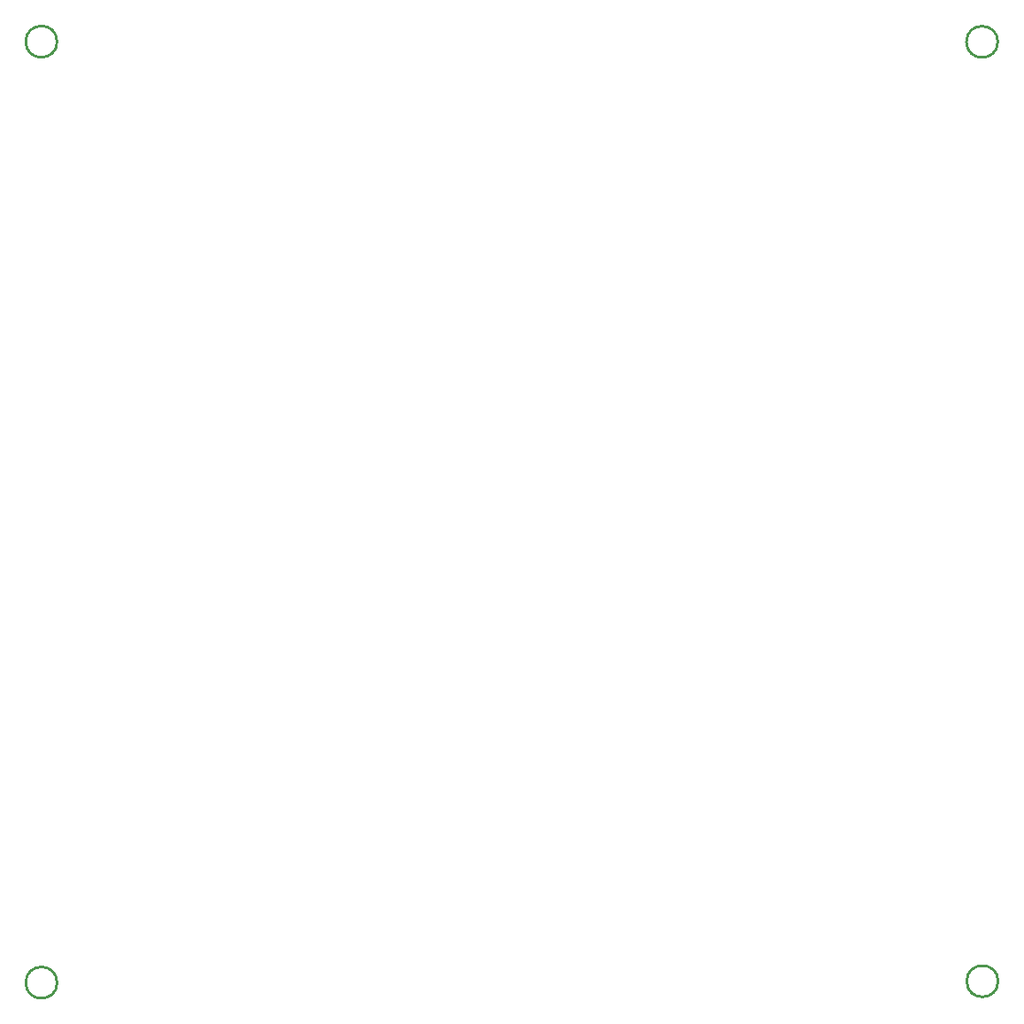
<source format=gko>
G04*
G04 #@! TF.GenerationSoftware,Altium Limited,Altium Designer,21.1.1 (26)*
G04*
G04 Layer_Color=16711935*
%FSLAX25Y25*%
%MOIN*%
G70*
G04*
G04 #@! TF.SameCoordinates,1DE770B5-5229-4C7E-BA00-58D6BC8AB395*
G04*
G04*
G04 #@! TF.FilePolarity,Positive*
G04*
G01*
G75*
%ADD10C,0.01000*%
D10*
X380006Y20200D02*
G03*
X380006Y20200I-5906J0D01*
G01*
X379887Y374009D02*
G03*
X379887Y374009I-5906J0D01*
G01*
X25605Y19685D02*
G03*
X25605Y19685I-5906J0D01*
G01*
X25596Y374082D02*
G03*
X25596Y374082I-5906J0D01*
G01*
M02*

</source>
